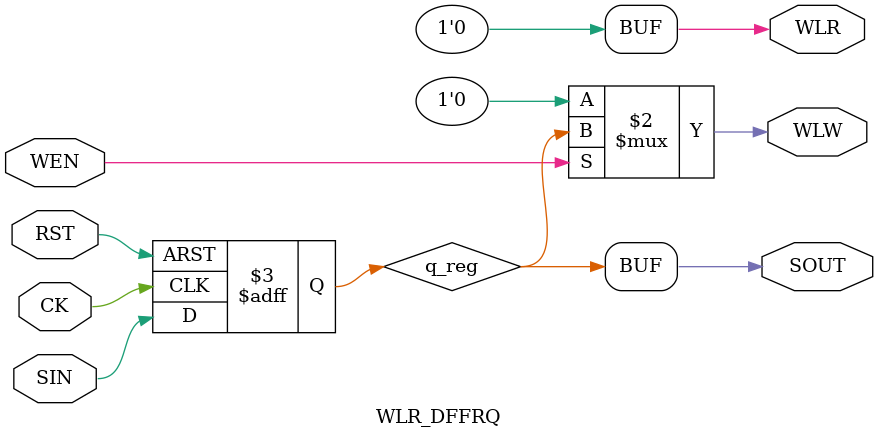
<source format=v>


`default_nettype wire

module DFFQ (
  input CK, // Clock Input
  input D, // Data Input
  output Q // Q output
);
//------------Internal Variables--------
reg q_reg;

//-------------Code Starts Here---------
always @ (posedge CK) begin 
  q_reg <= D;
end

assign Q = q_reg;

endmodule //End Of Module

//-----------------------------------------------------
// Function    : A native D-type flip-flop
//-----------------------------------------------------
module DFF (
  input CK, // Clock Input
  input D, // Data Input
  output Q, // Q output
  output QN // QB output
);
//------------Internal Variables--------
reg q_reg;

//-------------Code Starts Here---------
always @ (posedge CK) begin 
  q_reg <= D;
end

assign Q = q_reg;
assign QN = ~q_reg;

endmodule //End Of Module

//-----------------------------------------------------
// Function    : D-type flip-flop with 
//               - single output
//               - asynchronous active high reset
//-----------------------------------------------------
module DFFRQ (
  input RST, // Reset input
  input CK, // Clock Input
  input D, // Data Input
  output Q // Q output
);
//------------Internal Variables--------
reg q_reg;

//-------------Code Starts Here---------
always @ ( posedge CK or posedge RST)
if (RST) begin
  q_reg <= 1'b0;
end else begin
  q_reg <= D;
end

assign Q = q_reg;

endmodule //End Of Module


//-----------------------------------------------------
// Function    : D-type flip-flop with 
//               - asynchronous active high reset
//-----------------------------------------------------
module DFFR (
  input RST, // Reset input
  input CK, // Clock Input
  input D, // Data Input
  output Q, // Q output
  output QN // QB output
);
//------------Internal Variables--------
reg q_reg;

//-------------Code Starts Here---------
always @ ( posedge CK or posedge RST)
if (RST) begin
  q_reg <= 1'b0;
end else begin
  q_reg <= D;
end

assign Q = q_reg;
assign QN = ~q_reg;

endmodule //End Of Module

//-----------------------------------------------------
// Function    : D-type flip-flop with 
//               - asynchronous active low reset
//-----------------------------------------------------
module DFFRN (
  input RSTN, // Reset input
  input CK, // Clock Input
  input D, // Data Input
  output Q, // Q output
  output QN // QB output
);
//------------Internal Variables--------
reg q_reg;

//-------------Code Starts Here---------
always @ ( posedge CK or negedge RSTN)
if (~RSTN) begin
  q_reg <= 1'b0;
end else begin
  q_reg <= D;
end

assign Q = q_reg;
assign QN = ~q_reg;

endmodule //End Of Module


//-----------------------------------------------------
// Function    : D-type flip-flop with 
//               - asynchronous active high set
//-----------------------------------------------------
module DFFS (
  input SET, // Set input
  input CK, // Clock Input
  input D, // Data Input
  output Q, // Q output
  output QN // QB output
);
//------------Internal Variables--------
reg q_reg;

//-------------Code Starts Here---------
always @ ( posedge CK or posedge SET)
if (SET) begin
  q_reg <= 1'b1;
end else begin
  q_reg <= D;
end

assign Q = q_reg;
assign QN = ~q_reg;

endmodule //End Of Module

//-----------------------------------------------------
// Function    : D-type flip-flop with 
//               - asynchronous active low set
//-----------------------------------------------------
module DFFSN (
  input SETN, // Set input
  input CK, // Clock Input
  input D, // Data Input
  output Q, // Q output
  output QN // QB output
);
//------------Internal Variables--------
reg q_reg;

//-------------Code Starts Here---------
always @ ( posedge CK or negedge SETN)
if (~SETN) begin
  q_reg <= 1'b1;
end else begin
  q_reg <= D;
end

assign Q = q_reg;
assign QN = ~q_reg;

endmodule //End Of Module


//-----------------------------------------------------
// Function    : D-type flip-flop with 
//               - asynchronous active high reset
//               - asynchronous active high set
//-----------------------------------------------------
module DFFSR (
  input SET, // set input
  input RST, // Reset input
  input CK, // Clock Input
  input D, // Data Input
  output Q, // Q output
  output QN // QB output
);
//------------Internal Variables--------
reg q_reg;

//-------------Code Starts Here---------
always @ ( posedge CK or posedge RST or posedge SET)
if (RST) begin
  q_reg <= 1'b0;
end else if (SET) begin
  q_reg <= 1'b1;
end else begin
  q_reg <= D;
end

assign Q = q_reg;
assign QN = ~q_reg;

endmodule //End Of Module

//-----------------------------------------------------
// Function    : D-type flip-flop with 
//               - asynchronous active high reset
//               - asynchronous active high set
//-----------------------------------------------------

module DFFSRQ (
  input SET, // set input
  input RST, // Reset input
  input CK, // Clock Input
  input D, // Data Input
  output Q // Q output
);
//------------Internal Variables--------
reg q_reg;

//-------------Code Starts Here---------
always @ ( posedge CK or posedge RST or posedge SET)
if (RST) begin
  q_reg <= 1'b0;
end else if (SET) begin
  q_reg <= 1'b1;
end else begin
  q_reg <= D;
end

assign Q = q_reg;

endmodule //End Of Module

/*
// CUSTOM FOR TSMC CELLS
module DFFSRQ (
  input SET, // Set input
  input RST, // Reset input
  input CK,  // Clock input
  input D,   // Data input
  output Q   // Q output
);

  wire nand1, nand2, nand3, nand4, Q_N;

  assign nand2 = ~((~SET) & CK & (~D));
  assign nand4 = ~(nand2 & nand3 & (~RST));
  assign nand1 = ~(D & CK & (~RST));
  assign nand3 = ~(nand1 & nand4 & (~SET));

  assign Q = nand3;
  assign Q_N = nand4;

endmodule
*/

//-----------------------------------------------------
// Function : A multi-functional D-type flip-flop with 
//           - asynchronous reset 
//             which can be switched between active-low and active high
//           - asynchronous set 
//             which can be switched between active-low and active high
//-----------------------------------------------------
module MULTI_MODE_DFFSRQ (
  input SET, // Set input
  input RST, // Reset input
  input CK, // Clock Input
  input D, // Data Input
  output Q, // Q output
  input [0:1] mode // mode-selection bits: bit0 for reset polarity; bit1 for set polarity
);

wire post_set = mode[1] ? ~SET : SET;
wire post_rst = mode[0] ? ~RST : RST;

DFFSRQ FF_CORE (.SET(post_set),
                .RST(post_rst),
                .CK(CK),
                .D(D),
                .Q(Q)
               );

endmodule //End Of Module

//-----------------------------------------------------
// Function : A multi-functional D-type flip-flop with 
//           - asynchronous reset 
//             which can be switched between active-low and active high
//-----------------------------------------------------
module MULTI_MODE_DFFRQ (
  input RST, // Reset input
  input CK, // Clock Input
  input D, // Data Input
  output Q, // Q output
  input mode // mode-selection bits: bit0 for reset polarity; bit1 for set polarity
);

wire post_rst = mode ? ~RST : RST;

DFFRQ FF_CORE (.RST(post_rst),
               .CK(CK),
               .D(D),
               .Q(Q)
               );

endmodule //End Of Module

//-----------------------------------------------------
// Function : A multi-functional D-type flip-flop with 
//           - asynchronous reset 
//             which can be switched between active-low and active high
//           - clock
//             which can be switched between positive edge triggered and negative edge triggered
//-----------------------------------------------------
module MULTI_MODE_DFFNRQ (
  input RST, // Reset input
  input CK, // Clock Input
  input D, // Data Input
  output Q, // Q output
  input [0:1] mode // mode-selection bits: bit0 for reset polarity; bit1 for set polarity
);

wire post_rst = mode[0] ? ~RST : RST;
wire post_clk = mode[1] ? ~CK : CK;

DFFRQ FF_CORE (.RST(post_rst),
               .CK(post_clk),
               .D(D),
               .Q(Q)
               );

endmodule //End Of Module


//-----------------------------------------------------
// Function    : D-type flip-flop with 
//               - asynchronous active high reset
//               - asynchronous active high set
//               - scan-chain input
//               - a scan-chain enable 
//-----------------------------------------------------
module SDFFSR (
  input SET, // Set input
  input RST, // Reset input
  input CK, // Clock Input
  input SE, // Scan-chain Enable
  input D, // Data Input
  input SI, // Scan-chain input
  output Q, // Q output
  output QN // Q negative output
);
//------------Internal Variables--------
reg q_reg;

//-------------Code Starts Here---------
always @ ( posedge CK or posedge RST or posedge SET)
if (RST) begin
  q_reg <= 1'b0;
end else if (SET) begin
  q_reg <= 1'b1;
end else if (SE) begin
  q_reg <= SI;
end else begin
  q_reg <= D;
end

assign Q = q_reg;
assign QN = !Q;

endmodule //End Of Module

//-----------------------------------------------------
// Function    : D-type flip-flop with 
//               - asynchronous active high reset
//               - scan-chain input
//               - a scan-chain enable 
//-----------------------------------------------------
module SDFFRQ (
  input RST, // Reset input
  input CK, // Clock Input
  input SE, // Scan-chain Enable
  input D, // Data Input
  input SI, // Scan-chain input
  output Q // Q output
);
//------------Internal Variables--------
reg q_reg;

//-------------Code Starts Here---------
always @ ( posedge CK or posedge RST)
if (RST) begin
  q_reg <= 1'b0;
end else if (SE) begin
  q_reg <= SI;
end else begin
  q_reg <= D;
end

assign Q = q_reg;

endmodule //End Of Module

//-----------------------------------------------------
// Function    : D-type flip-flop with 
//               - asynchronous active high reset
//               - asynchronous active high set
//               - scan-chain input
//               - a scan-chain enable 
//-----------------------------------------------------
module SDFFSRQ (
  input SET, // Set input
  input RST, // Reset input
  input CK, // Clock Input
  input SE, // Scan-chain Enable
  input D, // Data Input
  input SI, // Scan-chain input
  output Q // Q output
);
//------------Internal Variables--------
reg q_reg;

//-------------Code Starts Here---------
always @ ( posedge CK or posedge RST or posedge SET)
if (RST) begin
  q_reg <= 1'b0;
end else if (SET) begin
  q_reg <= 1'b1;
end else if (SE) begin
  q_reg <= SI;
end else begin
  q_reg <= D;
end

assign Q = q_reg;

endmodule //End Of Module

//-----------------------------------------------------
// Function    : D-type flip-flop with 
//               - asynchronous active high reset
//               - scan-chain input
//               - a scan-chain enable 
//               - a configure enable, when enabled the registered output will
//               be released to the Q
//-----------------------------------------------------
module CFGSDFFR (
  input RST, // Reset input
  input CK, // Clock Input
  input SE, // Scan-chain Enable
  input D, // Data Input
  input SI, // Scan-chain input
  input CFGE, // Configure enable
  output Q, // Regular Q output
  output CFGQ, // Data Q output which is released when configure enable is activated
  output CFGQN // Data Qb output which is released when configure enable is activated
);
//------------Internal Variables--------
reg q_reg;
wire QN;

//-------------Code Starts Here---------
always @ ( posedge CK or posedge RST)
if (RST) begin
  q_reg <= 1'b0;
end else if (SE) begin
  q_reg <= SI;
end else begin
  q_reg <= D;
end

assign CFGQ = CFGE ? Q : 1'b0;
assign CFGQN = CFGE ? QN : 1'b1;

assign Q = q_reg;
assign QN = !Q;

endmodule //End Of Module

//-----------------------------------------------------
// Function    : D-type flip-flop with 
//               - asynchronous active high reset
//               - scan-chain input
//               - a scan-chain enable 
//               - a configure enable, when enabled the registered output will
//               be released to the CFGQ
//               - a configure done, when enable, the regsitered output will be released to the Q
//-----------------------------------------------------
module CFGDSDFFR (
  input RST, // Reset input
  input CK, // Clock Input
  input SE, // Scan-chain Enable
  input D, // Data Input
  input SI, // Scan-chain input
  input CFGE, // Configure enable
  input CFG_DONE, // Configure done
  output Q, // Regular Q output
  output CFGQ, // Data Q output which is released when configure enable is activated
  output CFGQN // Data Qb output which is released when configure enable is activated
);
//------------Internal Variables--------
reg q_reg;
wire QN;

//-------------Code Starts Here---------
always @ ( posedge CK or posedge RST)
if (RST) begin
  q_reg <= 1'b0;
end else if (SE) begin
  q_reg <= SI;
end else begin
  q_reg <= D;
end

assign CFGQ = CFGE ? Q : 1'b0;
assign CFGQN = CFGE ? QN : 1'b1;

assign Q = CFG_DONE ? q_reg : 1'b0;
assign QN = CFG_DONE ? !Q : 1'b1;

endmodule //End Of Module


//-----------------------------------------------------
// Function    : D-type flip-flop with 
//               - asynchronous active high reset
// @note This DFF is designed to drive BLs when shift registers are used
//-----------------------------------------------------
module BL_DFFRQ (
  input RST, // Reset input
  input CK, // Clock Input
  input SIN, // Data Input
  output SOUT, // Q output
  output BL // BL output
);
//------------Internal Variables--------
reg q_reg;

//-------------Code Starts Here---------
always @ ( posedge CK or posedge RST)
if (RST) begin
  q_reg <= 1'b0;
end else begin
  q_reg <= SIN;
end

assign SOUT = q_reg;
assign BL = q_reg;

endmodule //End Of Module

//-----------------------------------------------------
// Function    : D-type flip-flop with 
//               - asynchronous active high reset
// @note This DFF is designed to drive WLs when shift registers are used
//-----------------------------------------------------
module WL_DFFRQ (
  input RST, // Reset input
  input CK, // Clock Input
  input SIN, // Data Input
  input WEN, // Write-enable
  output SOUT, // Q output
  output WLW // Drive WL write signals
);
//------------Internal Variables--------
reg q_reg;

//-------------Code Starts Here---------
always @ ( posedge CK or posedge RST)
if (RST) begin
  q_reg <= 1'b0;
end else begin
  q_reg <= SIN;
end

assign SOUT = q_reg;
assign WLW = WEN ? q_reg : 1'b0;

endmodule //End Of Module

//-----------------------------------------------------
// Function    : D-type flip-flop with 
//               - asynchronous active high reset
// @note This DFF is designed to drive WLs and WLRs when shift registers are used
//-----------------------------------------------------
module WLR_DFFRQ (
  input RST, // Reset input
  input CK, // Clock Input
  input SIN, // Data Input
  input WEN, // Write-enable
  output SOUT, // Q output
  output WLW, // Drive WL write signals
  output WLR // Drive WL read signals
);
//------------Internal Variables--------
reg q_reg;

//-------------Code Starts Here---------
always @ ( posedge CK or posedge RST)
if (RST) begin
  q_reg <= 1'b0;
end else begin
  q_reg <= SIN;
end

assign SOUT = q_reg;
assign WLW = WEN ? q_reg : 1'b0;
assign WLR = 1'b0; // Use a constant output just for simple testing

endmodule //End Of Module

</source>
